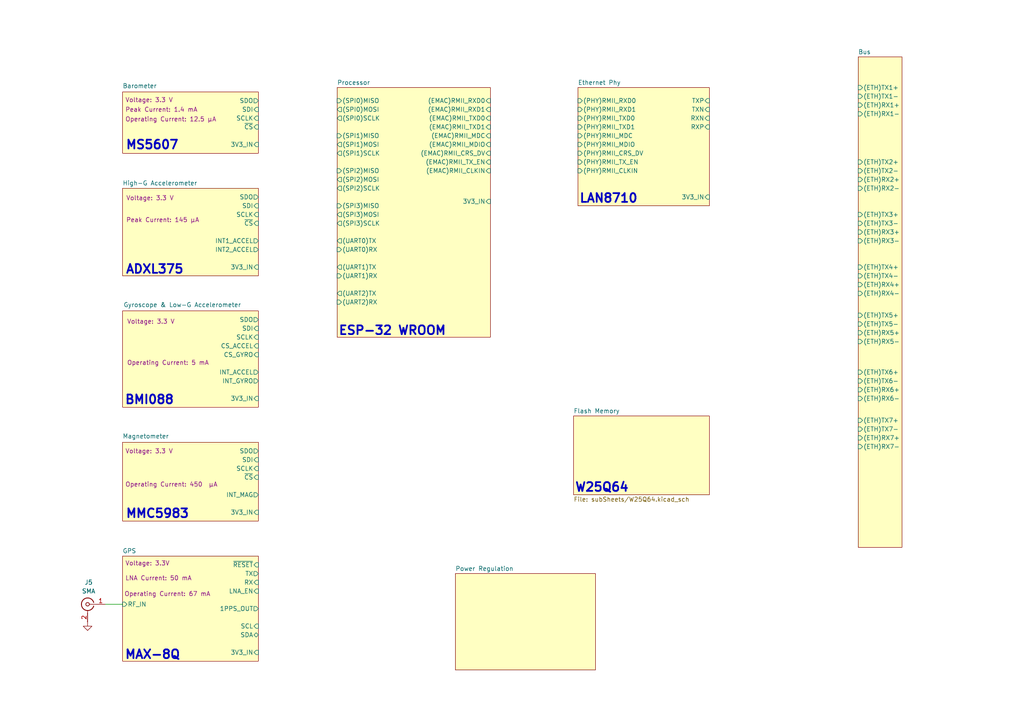
<source format=kicad_sch>
(kicad_sch (version 20231120) (generator "eeschema") (generator_version "8.0")
  (paper "A4")
  (lib_symbols
    (symbol "Connector:Conn_Coaxial" (pin_names (offset 1.016) hide)
      (property "Reference" "J" (at 0.254 3.048 0))
      (property "Value" "Conn_Coaxial" (at 2.921 0 90))
      (symbol "Conn_Coaxial_0_1"
        (arc (start -1.778 -0.508) (mid 0.2311 -1.8066) (end 1.778 0) (stroke (width 0.254)))
        (polyline (pts (xy -2.54 0) (xy -0.508 0)))
        (polyline (pts (xy 0 -2.54) (xy 0 -1.778)))
        (circle (center 0 0) (radius 0.508) (stroke (width 0.2032)))
        (arc (start 1.778 0) (mid 0.2099 1.8101) (end -1.778 0.508) (stroke (width 0.254)))
      )
      (symbol "Conn_Coaxial_1_1"
        (pin passive line (at -5.08 0 0) (length 2.54) (name "In") (number "1"))
        (pin passive line (at 0 -5.08 90) (length 2.54) (name "Ext") (number "2"))
      )
    )
    (symbol "power:GND" (power) (pin_numbers hide) (pin_names (offset 0) hide)
      (property "Value" "GND" (at 0 -3.81 0))
      (symbol "GND_0_1"
        (polyline (pts (xy 0 0) (xy 0 -1.27) (xy 1.27 -1.27) (xy 0 -2.54) (xy -1.27 -1.27) (xy 0 -1.27)))
      )
      (symbol "GND_1_1"
        (pin power_in line (at 0 0 270) (length 0) (name "~") (number "1"))
      )
    )
  )
  (wire (pts (xy 30.48 175.26) (xy 35.56 175.26)))
  (text "MAX-8Q" (at 36.068 189.992 0) (effects (font (size 2.54 2.54) (thickness 0.508) (bold yes)) (justify left)))
  (text "BMI088" (at 36.068 116.078 0) (effects (font (size 2.54 2.54) (thickness 0.508) (bold yes)) (justify left)))
  (text "ESP-32 WROOM" (at 98.044 96.012 0) (effects (font (size 2.54 2.54) (thickness 0.508) (bold yes)) (justify left)))
  (text "LAN8710" (at 167.894 57.658 0) (effects (font (size 2.54 2.54) (thickness 0.508) (bold yes)) (justify left)))
  (text "MMC5983" (at 36.322 149.098 0) (effects (font (size 2.54 2.54) (thickness 0.508) (bold yes)) (justify left)))
  (text "W25Q64" (at 166.624 141.478 0) (effects (font (size 2.54 2.54) (thickness 0.508) (bold yes)) (justify left)))
  (text "MS5607" (at 36.322 42.164 0) (effects (font (size 2.54 2.54) (thickness 0.508) (bold yes)) (justify left)))
  (text "ADXL375" (at 36.322 78.232 0) (effects (font (size 2.54 2.54) (thickness 0.508) (bold yes)) (justify left)))
  (symbol (lib_id "Connector:Conn_Coaxial") (at 25.4 175.26 0) (mirror y) (unit 1)
    (property "Reference" "J5" (at 25.7174 168.91 0))
    (property "Value" "SMA" (at 25.7174 171.45 0))
    (property "Description" "coaxial connector (BNC, SMA, SMB, SMC, Cinch/RCA, LEMO, ...)" (effects (hide yes)))
  )
  (symbol (lib_id "power:GND") (at 25.4 180.34 0) (unit 1)
    (property "Reference" "#PWR066" (effects (hide yes)))
    (property "Value" "GND" (effects (hide yes)))
    (property "Description" "Power symbol creates a global label with name \"GND\" , ground" (effects (hide yes)))
  )
  (sheet (at 35.56 90.17) (size 39.37 27.94) (stroke (width 0.1524)) (fill (color 255 255 194 1.0000))
    (property "Sheetname" "Gyroscope & Low-G Accelerometer" (at 35.814 89.154 0) (effects (justify left bottom)))
    (property "Sheetfile" "subSheets/BMI088.kicad_sch" (effects (hide yes)))
    (property "Voltage" "3.3 V" (at 36.83 93.218 0) (show_name yes) (effects (justify left)))
    (property "Operating Current" "5 mA" (at 36.83 105.156 0) (show_name yes) (effects (justify left)))
    (pin "INT_ACCEL" output (at 74.93 107.95 0))
    (pin "INT_GYRO" output (at 74.93 110.49 0))
    (pin "SDI" input (at 74.93 95.25 0))
    (pin "SDO" output (at 74.93 92.71 0))
    (pin "CS_ACCEL" input (at 74.93 100.33 0))
    (pin "CS_GYRO" input (at 74.93 102.87 0))
    (pin "SCLK" input (at 74.93 97.79 0))
    (pin "3V3_IN" input (at 74.93 115.57 0))
  )
  (sheet (at 167.64 25.4) (size 38.1 34.29) (stroke (width 0.1524)) (fill (color 255 255 194 1.0000))
    (property "Sheetname" "Ethernet Phy" (at 167.64 24.6884 0) (effects (justify left bottom)))
    (property "Sheetfile" "subSheets/LAN8710A.kicad_sch" (effects (hide yes)))
    (pin "TXP" input (at 205.74 29.21 0))
    (pin "TXN" input (at 205.74 31.75 0))
    (pin "RXN" input (at 205.74 34.29 0))
    (pin "RXP" input (at 205.74 36.83 0))
    (pin "(PHY)RMII_MDC" input (at 167.64 39.37 180))
    (pin "(PHY)RMII_MDIO" input (at 167.64 41.91 180))
    (pin "(PHY)RMII_CRS_DV" input (at 167.64 44.45 180))
    (pin "(PHY)RMII_RXD0" input (at 167.64 29.21 180))
    (pin "(PHY)RMII_RXD1" input (at 167.64 31.75 180))
    (pin "(PHY)RMII_TX_EN" input (at 167.64 46.99 180))
    (pin "(PHY)RMII_TXD1" input (at 167.64 36.83 180))
    (pin "(PHY)RMII_TXD0" input (at 167.64 34.29 180))
    (pin "(PHY)RMII_CLKIN" input (at 167.64 49.53 180))
    (pin "3V3_IN" input (at 205.74 57.15 0))
  )
  (sheet (at 97.79 25.4) (size 44.45 72.39) (stroke (width 0.1524)) (fill (color 255 255 194 1.0000))
    (property "Sheetname" "Processor" (at 97.79 24.6884 0) (effects (justify left bottom)))
    (property "Sheetfile" "subSheets/ESP32.kicad_sch" (effects (hide yes)))
    (pin "(EMAC)RMII_CLKIN" input (at 142.24 49.53 0))
    (pin "(EMAC)RMII_RXD0" input (at 142.24 29.21 0))
    (pin "(EMAC)RMII_CRS_DV" input (at 142.24 44.45 0))
    (pin "(EMAC)RMII_RXD1" input (at 142.24 31.75 0))
    (pin "(EMAC)RMII_TX_EN" input (at 142.24 46.99 0))
    (pin "(EMAC)RMII_MDIO" input (at 142.24 41.91 0))
    (pin "(EMAC)RMII_MDC" input (at 142.24 39.37 0))
    (pin "(EMAC)RMII_TXD1" input (at 142.24 36.83 0))
    (pin "(EMAC)RMII_TXD0" input (at 142.24 34.29 0))
    (pin "3V3_IN" input (at 142.24 58.42 0))
    (pin "(SPI1)MISO" input (at 97.79 39.37 180))
    (pin "(SPI2)SCLK" output (at 97.79 54.61 180))
    (pin "(SPI1)MOSI" output (at 97.79 41.91 180))
    (pin "(SPI1)SCLK" output (at 97.79 44.45 180))
    (pin "(SPI3)MISO" input (at 97.79 59.69 180))
    (pin "(SPI3)MOSI" output (at 97.79 62.23 180))
    (pin "(SPI0)SCLK" output (at 97.79 34.29 180))
    (pin "(SPI3)SCLK" output (at 97.79 64.77 180))
    (pin "(SPI0)MOSI" output (at 97.79 31.75 180))
    (pin "(SPI0)MISO" input (at 97.79 29.21 180))
    (pin "(SPI2)MISO" input (at 97.79 49.53 180))
    (pin "(SPI2)MOSI" output (at 97.79 52.07 180))
    (pin "(UART0)TX" output (at 97.79 69.85 180))
    (pin "(UART0)RX" input (at 97.79 72.39 180))
    (pin "(UART1)TX" output (at 97.79 77.47 180))
    (pin "(UART1)RX" input (at 97.79 80.01 180))
    (pin "(UART2)TX" output (at 97.79 85.09 180))
    (pin "(UART2)RX" input (at 97.79 87.63 180))
  )
  (sheet (at 248.92 16.51) (size 12.7 142.24) (stroke (width 0.1524)) (fill (color 255 255 194 1.0000))
    (property "Sheetname" "Bus" (at 248.92 15.7984 0) (effects (justify left bottom)))
    (property "Sheetfile" "subSheets/Bus.kicad_sch" (effects (hide yes)))
    (pin "(ETH)RX3+" input (at 248.92 67.31 180))
    (pin "(ETH)TX3-" input (at 248.92 64.77 180))
    (pin "(ETH)RX3-" input (at 248.92 69.85 180))
    (pin "(ETH)RX4-" input (at 248.92 85.09 180))
    (pin "(ETH)TX4+" input (at 248.92 77.47 180))
    (pin "(ETH)TX4-" input (at 248.92 80.01 180))
    (pin "(ETH)RX4+" input (at 248.92 82.55 180))
    (pin "(ETH)TX2-" input (at 248.92 49.53 180))
    (pin "(ETH)TX3+" input (at 248.92 62.23 180))
    (pin "(ETH)RX2+" input (at 248.92 52.07 180))
    (pin "(ETH)RX2-" input (at 248.92 54.61 180))
    (pin "(ETH)TX2+" input (at 248.92 46.99 180))
    (pin "(ETH)RX5+" input (at 248.92 96.52 180))
    (pin "(ETH)TX5+" input (at 248.92 91.44 180))
    (pin "(ETH)RX6+" input (at 248.92 113.03 180))
    (pin "(ETH)TX5-" input (at 248.92 93.98 180))
    (pin "(ETH)TX6-" input (at 248.92 110.49 180))
    (pin "(ETH)RX5-" input (at 248.92 99.06 180))
    (pin "(ETH)RX6-" input (at 248.92 115.57 180))
    (pin "(ETH)TX6+" input (at 248.92 107.95 180))
    (pin "(ETH)RX1+" input (at 248.92 30.48 180))
    (pin "(ETH)TX1+" input (at 248.92 25.4 180))
    (pin "(ETH)TX1-" input (at 248.92 27.94 180))
    (pin "(ETH)RX1-" input (at 248.92 33.02 180))
    (pin "(ETH)RX7+" input (at 248.92 127 180))
    (pin "(ETH)TX7-" input (at 248.92 124.46 180))
    (pin "(ETH)TX7+" input (at 248.92 121.92 180))
    (pin "(ETH)RX7-" input (at 248.92 129.54 180))
  )
  (sheet (at 132.08 166.37) (size 40.64 27.94) (stroke (width 0.1524)) (fill (color 255 255 194 1.0000))
    (property "Sheetname" "Power Regulation" (at 132.08 165.6584 0) (effects (justify left bottom)))
    (property "Sheetfile" "subSheets/MP21867.kicad_sch" (effects (hide yes)))
  )
  (sheet (at 35.56 54.61) (size 39.37 25.4) (stroke (width 0.1524)) (fill (color 255 255 194 1.0000))
    (property "Sheetname" "High-G Accelerometer" (at 35.56 53.848 0) (effects (justify left bottom)))
    (property "Sheetfile" "subSheets/ADXL375.kicad_sch" (effects (hide yes)))
    (property "Voltage" "3.3 V" (at 36.576 57.404 0) (show_name yes) (effects (justify left)))
    (property "Peak Current" "145 µA" (at 36.576 63.754 0) (show_name yes) (effects (justify left)))
    (pin "SDI" input (at 74.93 59.69 0))
    (pin "SCLK" input (at 74.93 62.23 0))
    (pin "~{CS}" input (at 74.93 64.77 0))
    (pin "SDO" output (at 74.93 57.15 0))
    (pin "3V3_IN" input (at 74.93 77.47 0))
    (pin "INT2_ACCEL" output (at 74.93 72.39 0))
    (pin "INT1_ACCEL" output (at 74.93 69.85 0))
  )
  (sheet (at 35.56 128.27) (size 39.37 22.86) (stroke (width 0.1524)) (fill (color 255 255 194 1.0000))
    (property "Sheetname" "Magnetometer" (at 35.56 127.254 0) (effects (justify left bottom)))
    (property "Sheetfile" "subSheets/MMC5983MA.kicad_sch" (effects (hide yes)))
    (property "Voltage" "3.3 V" (at 36.322 130.81 0) (show_name yes) (effects (justify left)))
    (property "Operating Current" "450  µA" (at 36.322 140.462 0) (show_name yes) (effects (justify left)))
    (pin "3V3_IN" input (at 74.93 148.59 0))
    (pin "SCLK" input (at 74.93 135.89 0))
    (pin "SDO" output (at 74.93 130.81 0))
    (pin "SDI" input (at 74.93 133.35 0))
    (pin "~{CS}" input (at 74.93 138.43 0))
    (pin "INT_MAG" output (at 74.93 143.51 0))
  )
  (sheet (at 35.56 26.67) (size 39.37 17.78) (stroke (width 0.1524)) (fill (color 255 255 194 1.0000))
    (property "Sheetname" "Barometer" (at 35.56 25.654 0) (effects (justify left bottom)))
    (property "Sheetfile" "subSheets/MS5607.kicad_sch" (effects (hide yes)))
    (property "Voltage" "3.3 V" (at 36.322 28.956 0) (show_name yes) (effects (justify left)))
    (property "Peak Current" "1.4 mA" (at 36.322 31.75 0) (show_name yes) (effects (justify left)))
    (property "Operating Current" "12.5 µA" (at 36.322 34.544 0) (show_name yes) (effects (justify left)))
    (pin "SCLK" input (at 74.93 34.29 0))
    (pin "~{CS}" input (at 74.93 36.83 0))
    (pin "3V3_IN" input (at 74.93 41.91 0))
    (pin "SDI" input (at 74.93 31.75 0))
    (pin "SDO" output (at 74.93 29.21 0))
  )
  (sheet (at 35.56 161.29) (size 39.37 30.48) (stroke (width 0.1524)) (fill (color 255 255 194 1.0000))
    (property "Sheetname" "GPS" (at 35.56 160.528 0) (effects (justify left bottom)))
    (property "Sheetfile" "subSheets/MAX-8Q.kicad_sch" (effects (hide yes)))
    (property "Voltage" "3.3V" (at 36.322 163.322 0) (show_name yes) (effects (justify left)))
    (property "LNA Current" "50 mA" (at 36.322 167.64 0) (show_name yes) (effects (justify left)))
    (property "Operating Current" "67 mA" (at 36.068 172.212 0) (show_name yes) (effects (justify left)))
    (pin "3V3_IN" input (at 74.93 189.23 0))
    (pin "SDA" bidirectional (at 74.93 184.15 0))
    (pin "SCL" input (at 74.93 181.61 0))
    (pin "RX" input (at 74.93 168.91 0))
    (pin "TX" output (at 74.93 166.37 0))
    (pin "~{RESET}" input (at 74.93 163.83 0))
    (pin "LNA_EN" input (at 74.93 171.45 0))
    (pin "1PPS_OUT" output (at 74.93 176.53 0))
    (pin "RF_IN" input (at 35.56 175.26 180))
  )
  (sheet (at 166.37 120.65) (size 39.37 22.86) (stroke (width 0.1524)) (fill (color 255 255 194 1.0000))
    (property "Sheetname" "Flash Memory" (at 166.37 119.9384 0) (effects (justify left bottom)))
    (property "Sheetfile" "subSheets/W25Q64.kicad_sch" (at 166.37 144.0946 0) (effects (justify left top)))
  )
)
</source>
